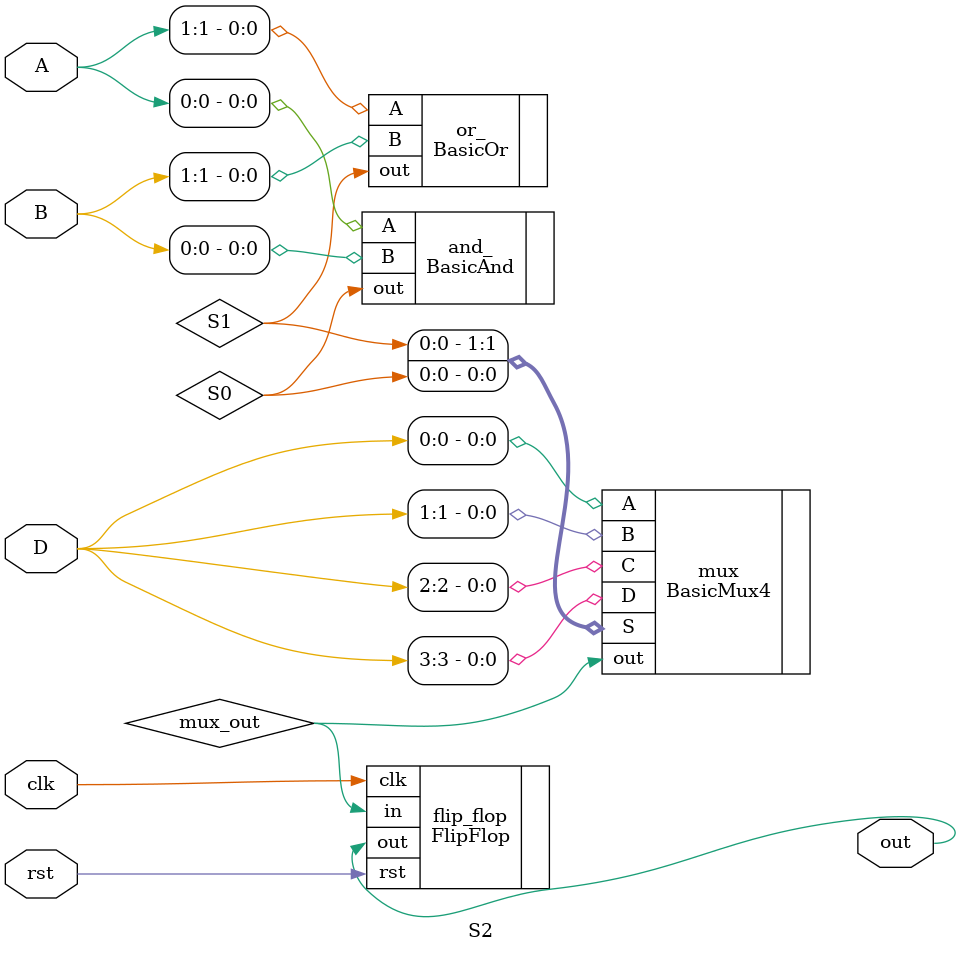
<source format=v>

module C1(A, B, S, SA, SB, out);
	input [1 : 0]A;
	input [1 : 0]B;
	input [1 : 0]S;
	input SA;
	input SB;

	output out;

	wire F1;
	wire F2;
	wire S2;

	BasicMux2 mux1(.A(A[0]), .B(A[1]), .S(SA), .out(F1));
	BasicMux2 mux2(.A(B[0]), .B(B[1]), .S(SB), .out(F2));
	BasicOr or_(.A(S[0]), .B(S[1]), .out(S2));
	BasicMux2 mux3(.A(F1), .B(F2), .S(S2), .out(out));
endmodule

module C2(D, A, B, out);
	input [3 : 0]D;
	input [1 : 0]A;
	input [1 : 0]B;

	output out;

	wire S1;
	wire S0;

	BasicMux4 mux(.A(D[0]), .B(D[1]), .C(D[2]), .D(D[3]), .S({S1, S0}), .out(out));
	BasicOr or_(.A(A[1]), .B(B[1]), .out(S1));
	BasicAnd and_(.A(A[0]), .B(B[0]), .out(S0));
endmodule

module S1(clk, D, A, B, rst, out);
	input clk,rst;
	input [3 : 0]D;
	input [1 : 0]A;
	input [1 : 0]B;
	output out;

	wire S1;
	wire S0;
	wire mux_out;

	BasicMux4 mux(.A(D[0]), .B(D[1]), .C(D[2]), .D(D[3]), .S({S1, S0}), .out(mux_out));
	BasicOr or_(.A(A[1]), .B(B[1]), .out(S1));
	BasicAnd and_(.A(A[0]), .B(rst), .out(S0));
	FlipFlop flip_flop(.clk(clk), .rst(rst), .in(mux_out), .out(out));
endmodule

module S2(clk, D, A, B, rst, out);
	input clk,rst;
	input [3 : 0]D;
	input [1 : 0]A;
	input [1 : 0]B;

	output out;

	wire S1;
	wire S0;
	wire mux_out;

	BasicMux4 mux(.A(D[0]), .B(D[1]), .C(D[2]), .D(D[3]), .S({S1, S0}), .out(mux_out));
	BasicOr or_(.A(A[1]), .B(B[1]), .out(S1));
	BasicAnd and_(.A(A[0]), .B(B[0]), .out(S0));
	FlipFlop flip_flop(.clk(clk), .rst(rst), .in(mux_out), .out(out));
endmodule
</source>
